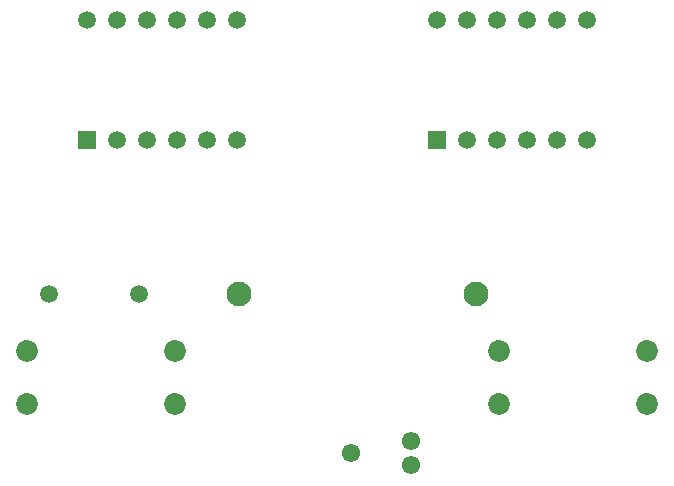
<source format=gbr>
%TF.GenerationSoftware,KiCad,Pcbnew,(5.1.10)-1*%
%TF.CreationDate,2021-09-21T22:06:55+02:00*%
%TF.ProjectId,StopWatch,53746f70-5761-4746-9368-2e6b69636164,rev?*%
%TF.SameCoordinates,Original*%
%TF.FileFunction,Soldermask,Bot*%
%TF.FilePolarity,Negative*%
%FSLAX46Y46*%
G04 Gerber Fmt 4.6, Leading zero omitted, Abs format (unit mm)*
G04 Created by KiCad (PCBNEW (5.1.10)-1) date 2021-09-21 22:06:55*
%MOMM*%
%LPD*%
G01*
G04 APERTURE LIST*
%ADD10C,1.850000*%
%ADD11C,1.550000*%
%ADD12C,1.500000*%
%ADD13R,1.500000X1.500000*%
%ADD14C,2.100000*%
G04 APERTURE END LIST*
D10*
%TO.C,S2*%
X32252000Y-64256000D03*
X44752000Y-64256000D03*
X32252000Y-68756000D03*
X44752000Y-68756000D03*
%TD*%
D11*
%TO.C,J1*%
X64790000Y-73901000D03*
X64790000Y-71869000D03*
X59710000Y-72885000D03*
%TD*%
D12*
%TO.C,U3*%
X77120000Y-46360000D03*
X69500000Y-36200000D03*
X66960000Y-36200000D03*
X72040000Y-36200000D03*
X74580000Y-36200000D03*
X77120000Y-36200000D03*
X79660000Y-46360000D03*
X79660000Y-36200000D03*
X72040000Y-46360000D03*
X74580000Y-46360000D03*
D13*
X66960000Y-46360000D03*
D12*
X69500000Y-46360000D03*
%TD*%
%TO.C,U1*%
X37350000Y-36200000D03*
X39890000Y-36200000D03*
X42430000Y-36200000D03*
X44970000Y-36200000D03*
X47510000Y-36200000D03*
X50050000Y-36200000D03*
X50050000Y-46360000D03*
X47510000Y-46360000D03*
X44970000Y-46360000D03*
X42430000Y-46360000D03*
X39890000Y-46360000D03*
D13*
X37350000Y-46360000D03*
%TD*%
D10*
%TO.C,S1*%
X72252000Y-64256000D03*
X84752000Y-64256000D03*
X72252000Y-68756000D03*
X84752000Y-68756000D03*
%TD*%
D14*
%TO.C,U2*%
X50228500Y-59378700D03*
X70228500Y-59378700D03*
%TD*%
D12*
%TO.C,LS1*%
X34157600Y-59378700D03*
X41757600Y-59378700D03*
%TD*%
M02*

</source>
